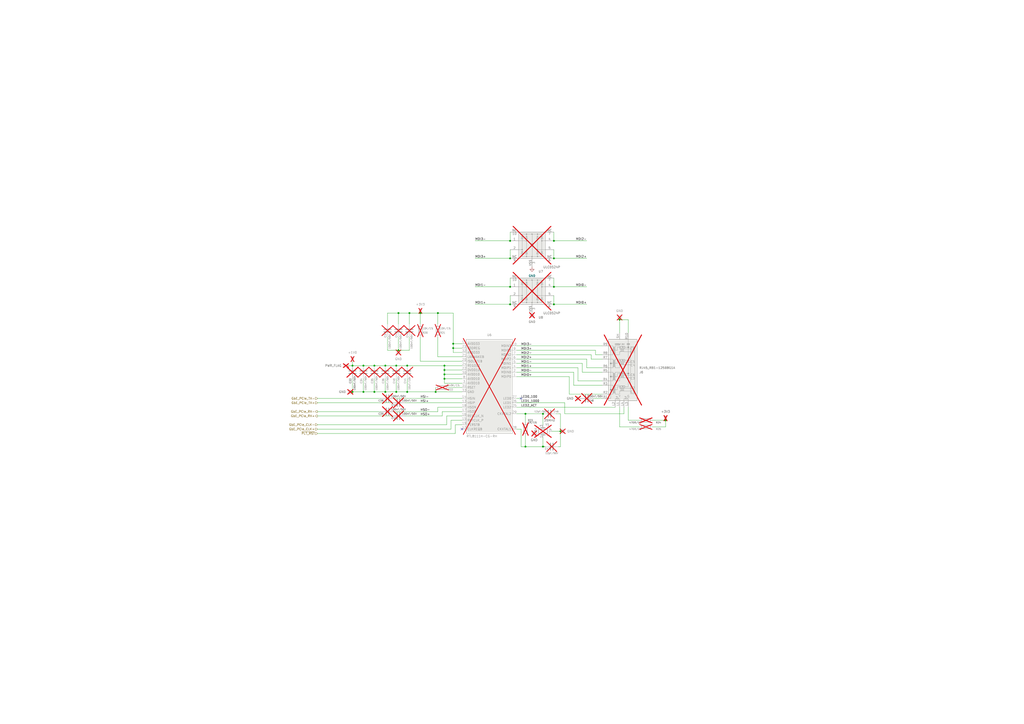
<source format=kicad_sch>
(kicad_sch (version 20250114) (generator "eeschema") (generator_version "9.0")
  (paper "A2")
  (title_block (title "Primer Carrier for LattePanda Mu") (date "2024-03-13") (rev "V1.0.0") (company "DFRobot"))
  (lib_symbols
    (symbol "A_HDJ_Library:RTL8111H-CG-RH"
      (property "Reference" "U7" (at 0 -57.15 0))
      (symbol "RTL8111H-CG-RH_1_0"
        (rectangle (start 0 0) (end 26.67 -54.61) (fill (type background)))
        (pin passive line (at -2.54 -2.54 0) (length 2.54) (name "AVDD33") (number "11"))
        (pin passive line (at -2.54 -5.08 0) (length 2.54) (name "VDDREG") (number "23"))
        (pin passive line (at -2.54 -7.62 0) (length 2.54) (name "AVDD33") (number "32"))
        (pin passive line (at -2.54 -10.16 0) (length 2.54) (name "LANWAKEB") (number "21"))
        (pin passive line (at -2.54 -12.7 0) (length 2.54) (name "ISOLATEB") (number "20"))
        (pin passive line (at -2.54 -15.24 0) (length 2.54) (name "REGOUT") (number "24"))
        (pin passive line (at -2.54 -17.78 0) (length 2.54) (name "DVDD10") (number "22"))
        (pin passive line (at -2.54 -20.32 0) (length 2.54) (name "AVDD10") (number "30"))
        (pin passive line (at -2.54 -22.86 0) (length 2.54) (name "AVDD10") (number "8"))
        (pin passive line (at -2.54 -25.4 0) (length 2.54) (name "AVDD10") (number "3"))
        (pin passive line (at -2.54 -27.94 0) (length 2.54) (name "RSET") (number "31"))
        (pin passive line (at -2.54 -30.48 0) (length 2.54) (name "GND") (number "33"))
        (pin passive line (at -2.54 -34.29 0) (length 2.54) (name "HSIN") (number "14"))
        (pin passive line (at -2.54 -36.83 0) (length 2.54) (name "HSIP") (number "13"))
        (pin passive line (at -2.54 -39.37 0) (length 2.54) (name "HSON") (number "18"))
        (pin passive line (at -2.54 -41.91 0) (length 2.54) (name "HSOP") (number "17"))
        (pin passive line (at -2.54 -44.45 0) (length 2.54) (name "REFCLK_N") (number "16"))
        (pin passive line (at -2.54 -46.99 0) (length 2.54) (name "REFCLK_P") (number "15"))
        (pin passive line (at -2.54 -49.53 0) (length 2.54) (name "PERSTB") (number "19"))
        (pin passive line (at -2.54 -52.07 0) (length 2.54) (name "CLKREQB") (number "12"))
        (pin passive line (at 29.21 -3.81 180) (length 2.54) (name "MDIN3") (number "10"))
        (pin passive line (at 29.21 -6.35 180) (length 2.54) (name "MDIP3") (number "9"))
        (pin passive line (at 29.21 -8.89 180) (length 2.54) (name "MDIN2") (number "7"))
        (pin passive line (at 29.21 -11.43 180) (length 2.54) (name "MDIP2") (number "6"))
        (pin passive line (at 29.21 -13.97 180) (length 2.54) (name "MDIN1") (number "5"))
        (pin passive line (at 29.21 -16.51 180) (length 2.54) (name "MDIP1") (number "4"))
        (pin passive line (at 29.21 -19.05 180) (length 2.54) (name "MDIN0") (number "2"))
        (pin passive line (at 29.21 -21.59 180) (length 2.54) (name "MDIP0") (number "1"))
        (pin passive line (at 29.21 -34.29 180) (length 2.54) (name "LED0") (number "27"))
        (pin passive line (at 29.21 -36.83 180) (length 2.54) (name "LED1") (number "26"))
        (pin passive line (at 29.21 -39.37 180) (length 2.54) (name "LED2") (number "25"))
        (pin passive line (at 29.21 -43.18 180) (length 2.54) (name "CKXTAL2") (number "29"))
        (pin passive line (at 29.21 -52.07 180) (length 2.54) (name "CKXTAL1") (number "28"))
      )
    )
    (symbol "Connector:RJ45_RB1-125B8G1A" (pin_names (hide yes))
      (property "Reference" "J" (at -7.62 20.32 0))
      (property "Value" "RJ45_RB1-125B8G1A" (at 15.24 20.32 0))
      (symbol "RJ45_RB1-125B8G1A_0_0"
        (circle (center -2.54 3.302) (radius 0.0001) (stroke (width 0.508)))
        (circle (center -2.54 -4.318) (radius 0.0001) (stroke (width 0.508)))
        (circle (center -2.54 -11.938) (radius 0.0001) (stroke (width 0.508)))
        (polyline (pts (xy -0.508 -11.938) (xy -2.54 -11.938)))
        (polyline (pts (xy 0 13.462) (xy -3.81 13.462)))
        (polyline (pts (xy 0 11.938) (xy -3.81 11.938)))
        (polyline (pts (xy 0 5.842) (xy -3.81 5.842)))
        (polyline (pts (xy 0 4.318) (xy -3.81 4.318)))
        (polyline (pts (xy 0 -1.778) (xy -3.81 -1.778)))
        (polyline (pts (xy 0 -3.302) (xy -3.81 -3.302)))
        (polyline (pts (xy 0 -9.398) (xy -3.81 -9.398)))
        (polyline (pts (xy 0 -10.922) (xy -3.81 -10.922)))
        (polyline (pts (xy 2.032 10.922) (xy 3.81 10.922) (xy 3.81 12.7) (xy 5.08 12.7)))
        (polyline (pts (xy 2.032 3.302) (xy 3.81 3.302) (xy 3.81 5.08) (xy 5.08 5.08)))
        (polyline (pts (xy 2.032 -4.318) (xy 3.81 -4.318) (xy 3.81 -2.54) (xy 5.08 -2.54)))
        (polyline (pts (xy 2.032 -11.938) (xy 3.81 -11.938) (xy 3.81 -10.16) (xy 5.08 -10.16)))
        (polyline (pts (xy 6.35 5.08) (xy 7.62 5.08)))
        (polyline (pts (xy 7.62 12.7) (xy 6.35 12.7)))
        (circle (center 7.62 12.7) (radius 0.0001) (stroke (width 0.508)))
        (circle (center 7.62 5.08) (radius 0.0001) (stroke (width 0.508)))
        (polyline (pts (xy 7.62 -2.54) (xy 6.35 -2.54)))
        (circle (center 7.62 -2.54) (radius 0.0001) (stroke (width 0.508)))
        (text "C1" (at -5.08 13.97 0) (effects (font (size 1.27 1.27))))
        (text "C2" (at -5.08 11.684 0) (effects (font (size 1.27 1.27))))
        (text "C3" (at -5.08 6.096 0) (effects (font (size 1.27 1.27))))
        (text "C6" (at -5.08 4.064 0) (effects (font (size 1.27 1.27))))
        (text "C4" (at -5.08 -1.524 0) (effects (font (size 1.27 1.27))))
        (text "C5" (at -5.08 -3.556 0) (effects (font (size 1.27 1.27))))
        (text "C7" (at -5.08 -9.144 0) (effects (font (size 1.27 1.27))))
        (text "C8" (at -5.08 -11.176 0) (effects (font (size 1.27 1.27))))
        (text "G" (at -2.54 16.51 0) (effects (font (size 1.27 1.27))))
        (text "Y" (at 2.54 16.51 0) (effects (font (size 1.27 1.27))))
        (text "1000pF 2kV" (at 2.54 -13.716 0) (effects (font (size 0.635 0.635))))
      )
      (symbol "RJ45_RB1-125B8G1A_0_1"
        (rectangle (start -7.62 19.05) (end 8.89 -16.51) (stroke (width 0.254)) (fill (type background)))
        (rectangle (start -3.81 -12.192) (end -6.35 14.986))
        (polyline (pts (xy -3.302 -13.462) (xy -1.778 -13.462)) (stroke (width 0.3048)))
        (polyline (pts (xy -3.302 -13.97) (xy -1.778 -13.97)) (stroke (width 0.3302)))
        (polyline (pts (xy -2.54 19.05) (xy -2.54 17.907) (xy -1.778 17.907)))
        (polyline (pts (xy -2.54 3.302) (xy -0.508 3.302)))
        (polyline (pts (xy -2.54 -13.462) (xy -2.54 10.922) (xy -0.508 10.922)))
        (polyline (pts (xy -2.54 -16.51) (xy -2.54 -13.97)))
        (polyline (pts (xy -1.016 16.891) (xy -1.016 16.637) (xy -1.27 16.637)))
        (polyline (pts (xy -1.016 16.637) (xy -1.524 17.145)))
        (polyline (pts (xy -0.762 18.415) (xy -0.762 17.399)))
        (polyline (pts (xy -0.762 17.907) (xy -1.778 18.415) (xy -1.778 17.399) (xy -0.762 17.907)))
        (polyline (pts (xy -0.508 16.891) (xy -0.508 16.637) (xy -0.762 16.637)))
        (polyline (pts (xy -0.508 16.637) (xy -1.016 17.145)))
        (rectangle (start -0.508 10.414) (end 2.032 11.43) (stroke (width 0.2032)))
        (rectangle (start -0.508 2.794) (end 2.032 3.81) (stroke (width 0.2032)))
        (polyline (pts (xy -0.508 -4.318) (xy -2.54 -4.318)))
        (rectangle (start -0.508 -4.826) (end 2.032 -3.81) (stroke (width 0.2032)))
        (rectangle (start -0.508 -12.446) (end 2.032 -11.43) (stroke (width 0.2032)))
        (polyline (pts (xy 0 19.05) (xy 0 17.907) (xy -0.762 17.907)))
        (polyline (pts (xy 0 12.446) (xy 2.032 12.446)))
        (polyline (pts (xy 0 4.826) (xy 2.032 4.826)))
        (polyline (pts (xy 0 -2.794) (xy 2.032 -2.794)))
        (polyline (pts (xy 0 -10.414) (xy 2.032 -10.414)))
        (arc (start 0.508 13.462) (mid 0.254 13.2091) (end 0 13.462))
        (arc (start 0 11.938) (mid 0.254 12.1909) (end 0.508 11.938))
        (arc (start 0.508 5.842) (mid 0.254 5.5891) (end 0 5.842))
        (arc (start 0 4.318) (mid 0.254 4.5709) (end 0.508 4.318))
        (arc (start 0.508 -1.778) (mid 0.254 -2.0309) (end 0 -1.778))
        (arc (start 0 -3.302) (mid 0.254 -3.0491) (end 0.508 -3.302))
        (arc (start 0.508 -9.398) (mid 0.254 -9.6509) (end 0 -9.398))
        (arc (start 0 -10.922) (mid 0.254 -10.6691) (end 0.508 -10.922))
        (arc (start 1.016 13.462) (mid 0.762 13.2091) (end 0.508 13.462))
        (arc (start 0.508 11.938) (mid 0.762 12.1909) (end 1.016 11.938))
        (arc (start 1.016 5.842) (mid 0.762 5.5891) (end 0.508 5.842))
        (arc (start 0.508 4.318) (mid 0.762 4.5709) (end 1.016 4.318))
        (arc (start 1.016 -1.778) (mid 0.762 -2.0309) (end 0.508 -1.778))
        (arc (start 0.508 -3.302) (mid 0.762 -3.0491) (end 1.016 -3.302))
        (arc (start 1.016 -9.398) (mid 0.762 -9.6509) (end 0.508 -9.398))
        (arc (start 0.508 -10.922) (mid 0.762 -10.6691) (end 1.016 -10.922))
        (arc (start 1.524 13.462) (mid 1.27 13.2091) (end 1.016 13.462))
        (arc (start 1.016 11.938) (mid 1.27 12.1909) (end 1.524 11.938))
        (arc (start 1.524 5.842) (mid 1.27 5.5891) (end 1.016 5.842))
        (arc (start 1.016 4.318) (mid 1.27 4.5709) (end 1.524 4.318))
        (arc (start 1.524 -1.778) (mid 1.27 -2.0309) (end 1.016 -1.778))
        (arc (start 1.016 -3.302) (mid 1.27 -3.0491) (end 1.524 -3.302))
        (arc (start 1.524 -9.398) (mid 1.27 -9.6509) (end 1.016 -9.398))
        (arc (start 1.016 -10.922) (mid 1.27 -10.6691) (end 1.524 -10.922))
        (circle (center 1.778 13.4874) (radius 0.0762) (stroke (width 0.0254)) (fill (type outline)))
        (arc (start 2.032 13.462) (mid 1.778 13.2091) (end 1.524 13.462))
        (arc (start 1.524 11.938) (mid 1.778 12.1909) (end 2.032 11.938))
        (circle (center 1.778 11.9126) (radius 0.0762) (stroke (width 0.0254)) (fill (type outline)))
        (circle (center 1.778 5.8674) (radius 0.0762) (stroke (width 0.0254)) (fill (type outline)))
        (arc (start 2.032 5.842) (mid 1.778 5.5891) (end 1.524 5.842))
        (arc (start 1.524 4.318) (mid 1.778 4.5709) (end 2.032 4.318))
        (circle (center 1.778 4.2926) (radius 0.0762) (stroke (width 0.0254)) (fill (type outline)))
        (circle (center 1.778 -1.7526) (radius 0.0762) (stroke (width 0.0254)) (fill (type outline)))
        (arc (start 2.032 -1.778) (mid 1.778 -2.0309) (end 1.524 -1.778))
        (arc (start 1.524 -3.302) (mid 1.778 -3.0491) (end 2.032 -3.302))
        (circle (center 1.778 -3.3274) (radius 0.0762) (stroke (width 0.0254)) (fill (type outline)))
        (circle (center 1.778 -9.3726) (radius 0.0762) (stroke (width 0.0254)) (fill (type outline)))
        (arc (start 2.032 -9.398) (mid 1.778 -9.6509) (end 1.524 -9.398))
        (arc (start 1.524 -10.922) (mid 1.778 -10.6691) (end 2.032 -10.922))
        (circle (center 1.778 -10.9474) (radius 0.0762) (stroke (width 0.0254)) (fill (type outline)))
        (polyline (pts (xy 2.032 13.462) (xy 2.54 13.462) (xy 2.54 15.24) (xy 5.08 15.24) (xy 5.08 14.732)))
        (polyline (pts (xy 2.032 12.954) (xy 0 12.954)))
        (polyline (pts (xy 2.032 5.842) (xy 2.54 5.842) (xy 2.54 7.62) (xy 5.08 7.62) (xy 5.08 7.112)))
        (polyline (pts (xy 2.032 5.334) (xy 0 5.334)))
        (polyline (pts (xy 2.032 -1.778) (xy 2.54 -1.778) (xy 2.54 0) (xy 5.08 0) (xy 5.08 -0.508)))
        (polyline (pts (xy 2.032 -2.286) (xy 0 -2.286)))
        (polyline (pts (xy 2.032 -9.398) (xy 2.54 -9.398) (xy 2.54 -7.62) (xy 5.08 -7.62) (xy 5.08 -8.128)))
        (polyline (pts (xy 2.032 -9.906) (xy 0 -9.906)))
        (polyline (pts (xy 2.54 19.05) (xy 2.54 17.907) (xy 3.302 17.907)))
        (polyline (pts (xy 4.064 16.891) (xy 4.064 16.637) (xy 3.81 16.637)))
        (polyline (pts (xy 4.064 16.637) (xy 3.556 17.145)))
        (polyline (pts (xy 4.318 18.415) (xy 4.318 17.399)))
        (polyline (pts (xy 4.318 17.907) (xy 3.302 18.415) (xy 3.302 17.399) (xy 4.318 17.907)))
        (polyline (pts (xy 4.572 16.891) (xy 4.572 16.637) (xy 4.318 16.637)))
        (polyline (pts (xy 4.572 16.637) (xy 4.064 17.145)))
        (circle (center 5.0546 14.478) (radius 0.0762) (stroke (width 0.0254)) (fill (type outline)))
        (circle (center 5.0546 12.446) (radius 0.0762) (stroke (width 0.0254)) (fill (type outline)))
        (circle (center 5.0546 6.858) (radius 0.0762) (stroke (width 0.0254)) (fill (type outline)))
        (circle (center 5.0546 4.826) (radius 0.0762) (stroke (width 0.0254)) (fill (type outline)))
        (circle (center 5.0546 -0.762) (radius 0.0762) (stroke (width 0.0254)) (fill (type outline)))
        (circle (center 5.0546 -2.794) (radius 0.0762) (stroke (width 0.0254)) (fill (type outline)))
        (circle (center 5.0546 -8.382) (radius 0.0762) (stroke (width 0.0254)) (fill (type outline)))
        (circle (center 5.0546 -10.414) (radius 0.0762) (stroke (width 0.0254)) (fill (type outline)))
        (arc (start 5.08 14.732) (mid 5.333 14.478) (end 5.08 14.224))
        (arc (start 5.08 13.716) (mid 5.333 13.462) (end 5.08 13.208))
        (arc (start 5.08 13.208) (mid 5.333 12.954) (end 5.08 12.7))
        (arc (start 5.08 12.7) (mid 5.333 12.446) (end 5.08 12.192))
        (arc (start 5.08 12.192) (mid 5.333 11.938) (end 5.08 11.684))
        (arc (start 5.08 11.176) (mid 5.333 10.922) (end 5.08 10.668))
        (arc (start 5.08 7.112) (mid 5.333 6.858) (end 5.08 6.604))
        (arc (start 5.08 6.096) (mid 5.333 5.842) (end 5.08 5.588))
        (arc (start 5.08 5.588) (mid 5.333 5.334) (end 5.08 5.08))
        (arc (start 5.08 5.08) (mid 5.333 4.826) (end 5.08 4.572))
        (arc (start 5.08 4.572) (mid 5.333 4.318) (end 5.08 4.064))
        (arc (start 5.08 3.556) (mid 5.333 3.302) (end 5.08 3.048))
        (arc (start 5.08 -0.508) (mid 5.333 -0.762) (end 5.08 -1.016))
        (arc (start 5.08 -1.524) (mid 5.333 -1.778) (end 5.08 -2.032))
        (arc (start 5.08 -2.032) (mid 5.333 -2.286) (end 5.08 -2.54))
        (arc (start 5.08 -2.54) (mid 5.333 -2.794) (end 5.08 -3.048))
        (arc (start 5.08 -3.048) (mid 5.333 -3.302) (end 5.08 -3.556))
        (arc (start 5.08 -4.064) (mid 5.333 -4.318) (end 5.08 -4.572))
        (arc (start 5.08 -8.128) (mid 5.333 -8.382) (end 5.08 -8.636))
        (arc (start 5.08 -9.144) (mid 5.333 -9.398) (end 5.08 -9.652))
        (arc (start 5.08 -9.652) (mid 5.333 -9.906) (end 5.08 -10.16))
        (arc (start 5.08 -10.16) (mid 5.333 -10.414) (end 5.08 -10.668))
        (arc (start 5.08 -10.668) (mid 5.333 -10.922) (end 5.08 -11.176))
        (arc (start 5.08 -11.684) (mid 5.333 -11.938) (end 5.08 -12.192))
        (polyline (pts (xy 5.08 19.05) (xy 5.08 17.907) (xy 4.318 17.907)))
        (arc (start 5.08 14.224) (mid 5.334 13.97) (end 5.08 13.716))
        (arc (start 5.08 11.684) (mid 5.334 11.43) (end 5.08 11.176))
        (polyline (pts (xy 5.08 10.668) (xy 5.08 10.16) (xy 2.54 10.16) (xy 2.54 11.938) (xy 2.032 11.938)))
        (arc (start 5.08 6.604) (mid 5.334 6.35) (end 5.08 6.096))
        (arc (start 5.08 4.064) (mid 5.334 3.81) (end 5.08 3.556))
        (polyline (pts (xy 5.08 3.048) (xy 5.08 2.54) (xy 2.54 2.54) (xy 2.54 4.318) (xy 2.032 4.318)))
        (arc (start 5.08 -1.016) (mid 5.334 -1.27) (end 5.08 -1.524))
        (arc (start 5.08 -3.556) (mid 5.334 -3.81) (end 5.08 -4.064))
        (polyline (pts (xy 5.08 -4.572) (xy 5.08 -5.08) (xy 2.54 -5.08) (xy 2.54 -3.302) (xy 2.032 -3.302)))
        (arc (start 5.08 -8.636) (mid 5.334 -8.89) (end 5.08 -9.144))
        (arc (start 5.08 -11.176) (mid 5.334 -11.43) (end 5.08 -11.684))
        (polyline (pts (xy 5.08 -12.192) (xy 5.08 -12.7) (xy 2.54 -12.7) (xy 2.54 -10.922) (xy 2.032 -10.922)))
        (polyline (pts (xy 5.588 14.732) (xy 5.588 10.668)))
        (polyline (pts (xy 5.588 7.112) (xy 5.588 3.048)))
        (polyline (pts (xy 5.588 -0.508) (xy 5.588 -4.572)))
        (polyline (pts (xy 5.588 -8.128) (xy 5.588 -12.192)))
        (polyline (pts (xy 5.842 10.668) (xy 5.842 14.732)))
        (polyline (pts (xy 5.842 3.048) (xy 5.842 7.112)))
        (polyline (pts (xy 5.842 -4.572) (xy 5.842 -0.508)))
        (polyline (pts (xy 5.842 -12.192) (xy 5.842 -8.128)))
        (polyline (pts (xy 6.35 14.732) (xy 6.35 15.24) (xy 8.89 15.24)))
        (arc (start 6.35 13.716) (mid 6.096 13.97) (end 6.35 14.224))
        (arc (start 6.35 11.176) (mid 6.096 11.43) (end 6.35 11.684))
        (polyline (pts (xy 6.35 10.668) (xy 6.35 10.16) (xy 8.89 10.16)))
        (polyline (pts (xy 6.35 7.112) (xy 6.35 7.62) (xy 8.89 7.62)))
        (arc (start 6.35 6.096) (mid 6.096 6.35) (end 6.35 6.604))
        (arc (start 6.35 3.556) (mid 6.096 3.81) (end 6.35 4.064))
        (polyline (pts (xy 6.35 3.048) (xy 6.35 2.54) (xy 8.89 2.54)))
        (polyline (pts (xy 6.35 -0.508) (xy 6.35 0) (xy 8.89 0)))
        (arc (start 6.35 -1.524) (mid 6.096 -1.27) (end 6.35 -1.016))
        (arc (start 6.35 -4.064) (mid 6.096 -3.81) (end 6.35 -3.556))
        (polyline (pts (xy 6.35 -4.572) (xy 6.35 -5.08) (xy 8.89 -5.08)))
        (polyline (pts (xy 6.35 -8.128) (xy 6.35 -7.62) (xy 8.89 -7.62)))
        (arc (start 6.35 -9.144) (mid 6.096 -8.89) (end 6.35 -8.636))
        (arc (start 6.35 -11.684) (mid 6.096 -11.43) (end 6.35 -11.176))
        (polyline (pts (xy 6.35 -12.192) (xy 6.35 -12.7) (xy 8.89 -12.7)))
        (arc (start 6.35 14.224) (mid 6.097 14.478) (end 6.35 14.732))
        (arc (start 6.35 13.208) (mid 6.097 13.462) (end 6.35 13.716))
        (arc (start 6.35 12.7) (mid 6.097 12.954) (end 6.35 13.208))
        (arc (start 6.35 12.192) (mid 6.097 12.446) (end 6.35 12.7))
        (arc (start 6.35 11.684) (mid 6.097 11.938) (end 6.35 12.192))
        (arc (start 6.35 10.668) (mid 6.097 10.922) (end 6.35 11.176))
        (arc (start 6.35 6.604) (mid 6.097 6.858) (end 6.35 7.112))
        (arc (start 6.35 5.588) (mid 6.097 5.842) (end 6.35 6.096))
        (arc (start 6.35 5.08) (mid 6.097 5.334) (end 6.35 5.588))
        (arc (start 6.35 4.572) (mid 6.097 4.826) (end 6.35 5.08))
        (arc (start 6.35 4.064) (mid 6.097 4.318) (end 6.35 4.572))
        (arc (start 6.35 3.048) (mid 6.097 3.302) (end 6.35 3.556))
        (arc (start 6.35 -1.016) (mid 6.097 -0.762) (end 6.35 -0.508))
        (arc (start 6.35 -2.032) (mid 6.097 -1.778) (end 6.35 -1.524))
        (arc (start 6.35 -2.54) (mid 6.097 -2.286) (end 6.35 -2.032))
        (arc (start 6.35 -3.048) (mid 6.097 -2.794) (end 6.35 -2.54))
        (arc (start 6.35 -3.556) (mid 6.097 -3.302) (end 6.35 -3.048))
        (arc (start 6.35 -4.572) (mid 6.097 -4.318) (end 6.35 -4.064))
        (arc (start 6.35 -8.636) (mid 6.097 -8.382) (end 6.35 -8.128))
        (arc (start 6.35 -9.652) (mid 6.097 -9.398) (end 6.35 -9.144))
        (arc (start 6.35 -10.16) (mid 6.097 -9.906) (end 6.35 -9.652))
        (arc (start 6.35 -10.668) (mid 6.097 -10.414) (end 6.35 -10.16))
        (arc (start 6.35 -11.176) (mid 6.097 -10.922) (end 6.35 -10.668))
        (arc (start 6.35 -12.192) (mid 6.097 -11.938) (end 6.35 -11.684))
        (circle (center 6.3754 14.478) (radius 0.0762) (stroke (width 0.0254)) (fill (type outline)))
        (circle (center 6.3754 12.446) (radius 0.0762) (stroke (width 0.0254)) (fill (type outline)))
        (circle (center 6.3754 6.858) (radius 0.0762) (stroke (width 0.0254)) (fill (type outline)))
        (circle (center 6.3754 4.826) (radius 0.0762) (stroke (width 0.0254)) (fill (type outline)))
        (circle (center 6.3754 -0.762) (radius 0.0762) (stroke (width 0.0254)) (fill (type outline)))
        (circle (center 6.3754 -2.794) (radius 0.0762) (stroke (width 0.0254)) (fill (type outline)))
        (circle (center 6.3754 -8.382) (radius 0.0762) (stroke (width 0.0254)) (fill (type outline)))
        (circle (center 6.3754 -10.414) (radius 0.0762) (stroke (width 0.0254)) (fill (type outline)))
        (polyline (pts (xy 8.89 17.78) (xy 7.62 17.78) (xy 7.62 -10.16) (xy 6.35 -10.16)))
        (pin power_in line (at -2.54 -20.32 90) (length 3.81) (name "GND") (number "R10"))
      )
      (symbol "RJ45_RB1-125B8G1A_1_0"
        (text "75" (at 0.762 10.922 0) (effects (font (size 0.508 0.508))))
        (text "75" (at 0.762 3.302 0) (effects (font (size 0.508 0.508))))
        (text "75" (at 0.762 -4.318 0) (effects (font (size 0.508 0.508))))
        (text "75" (at 0.762 -11.938 0) (effects (font (size 0.508 0.508))))
      )
      (symbol "RJ45_RB1-125B8G1A_1_1"
        (pin passive line (at -2.54 22.86 270) (length 3.81) (name "~") (number "L3"))
        (pin passive line (at 0 22.86 270) (length 3.81) (name "~") (number "L4"))
        (pin passive line (at 2.54 22.86 270) (length 3.81) (name "~") (number "L1"))
        (pin passive line (at 2.54 -20.32 90) (length 3.81) (name "SH") (number "SH"))
        (pin passive line (at 5.08 22.86 270) (length 3.81) (name "~") (number "L2"))
        (pin passive line (at 12.7 17.78 180) (length 3.81) (name "CT") (number "R1"))
        (pin passive line (at 12.7 15.24 180) (length 3.81) (name "TD1+") (number "R2"))
        (pin passive line (at 12.7 10.16 180) (length 3.81) (name "TD1-") (number "R3"))
        (pin passive line (at 12.7 7.62 180) (length 3.81) (name "TD2+") (number "R4"))
        (pin passive line (at 12.7 2.54 180) (length 3.81) (name "TD2-") (number "R5"))
        (pin passive line (at 12.7 0 180) (length 3.81) (name "TD3+") (number "R6"))
        (pin passive line (at 12.7 -5.08 180) (length 3.81) (name "TD3-") (number "R7"))
        (pin passive line (at 12.7 -7.62 180) (length 3.81) (name "TD4+") (number "R8"))
        (pin passive line (at 12.7 -12.7 180) (length 3.81) (name "TD4-") (number "R9"))
      )
    )
    (symbol "Device:C" (pin_numbers (hide yes)) (pin_names (offset 0.254))
      (property "Reference" "C" (at 0.635 2.54 0))
      (property "Value" "C" (at 0.635 -2.54 0))
      (symbol "C_0_1"
        (polyline (pts (xy -2.032 0.762) (xy 2.032 0.762)) (stroke (width 0.508)))
        (polyline (pts (xy -2.032 -0.762) (xy 2.032 -0.762)) (stroke (width 0.508)))
      )
      (symbol "C_1_1"
        (pin passive line (at 0 3.81 270) (length 2.794) (name "~") (number "1"))
        (pin passive line (at 0 -3.81 90) (length 2.794) (name "~") (number "2"))
      )
    )
    (symbol "Device:Crystal_GND24" (pin_names (offset 1.016) (hide yes))
      (property "Reference" "Y" (at 3.175 5.08 0))
      (property "Value" "Crystal_GND24" (at 3.175 3.175 0))
      (symbol "Crystal_GND24_0_1"
        (polyline (pts (xy -2.54 2.286) (xy -2.54 3.556) (xy 2.54 3.556) (xy 2.54 2.286)))
        (polyline (pts (xy -2.54 0) (xy -2.032 0)))
        (polyline (pts (xy -2.54 -2.286) (xy -2.54 -3.556) (xy 2.54 -3.556) (xy 2.54 -2.286)))
        (polyline (pts (xy -2.032 -1.27) (xy -2.032 1.27)) (stroke (width 0.508)))
        (rectangle (start -1.143 2.54) (end 1.143 -2.54) (stroke (width 0.3048)))
        (polyline (pts (xy 0 3.556) (xy 0 3.81)))
        (polyline (pts (xy 0 -3.81) (xy 0 -3.556)))
        (polyline (pts (xy 2.032 0) (xy 2.54 0)))
        (polyline (pts (xy 2.032 -1.27) (xy 2.032 1.27)) (stroke (width 0.508)))
      )
      (symbol "Crystal_GND24_1_1"
        (pin passive line (at -3.81 0 0) (length 1.27) (name "1") (number "1"))
        (pin passive line (at 0 5.08 270) (length 1.27) (name "2") (number "2"))
        (pin passive line (at 0 -5.08 90) (length 1.27) (name "4") (number "4"))
        (pin passive line (at 3.81 0 180) (length 1.27) (name "3") (number "3"))
      )
    )
    (symbol "Device:R" (pin_numbers (hide yes)) (pin_names (offset 0))
      (property "Reference" "R" (at 2.032 0 90))
      (property "Value" "R" (at 0 0 90))
      (symbol "R_0_1"
        (rectangle (start -1.016 -2.54) (end 1.016 2.54) (stroke (width 0.254)))
      )
      (symbol "R_1_1"
        (pin passive line (at 0 3.81 270) (length 1.27) (name "~") (number "1"))
        (pin passive line (at 0 -3.81 90) (length 1.27) (name "~") (number "2"))
      )
    )
    (symbol "Power_Protection:D3V3XA4B10LP" (pin_names (offset 0))
      (property "Reference" "U" (at -0.635 8.89 0))
      (property "Value" "D3V3XA4B10LP" (at 8.89 -10.16 0))
      (symbol "D3V3XA4B10LP_0_0"
        (rectangle (start -5.715 6.477) (end 5.715 -6.604))
        (polyline (pts (xy -3.175 -6.604) (xy -3.175 6.477)))
        (polyline (pts (xy 0.127 6.477) (xy 0.127 -6.604)))
        (polyline (pts (xy 3.175 6.477) (xy 3.175 -6.604)))
      )
      (symbol "D3V3XA4B10LP_0_1"
        (polyline (pts (xy -7.747 2.54) (xy -3.175 2.54)))
        (rectangle (start -7.62 7.62) (end 7.62 -7.62) (stroke (width 0.254)) (fill (type background)))
        (polyline (pts (xy -7.62 -2.54) (xy -5.715 -2.54)))
        (circle (center -5.715 -2.54) (radius 0.2794) (fill (type outline)))
        (polyline (pts (xy -5.08 5.08) (xy -6.35 5.08)))
        (polyline (pts (xy -5.08 3.81) (xy -6.35 3.81) (xy -5.715 5.08) (xy -5.08 3.81)))
        (polyline (pts (xy -5.08 -3.81) (xy -6.35 -3.81)))
        (polyline (pts (xy -5.08 -5.08) (xy -6.35 -5.08) (xy -5.715 -3.81) (xy -5.08 -5.08)))
        (circle (center -3.175 6.477) (radius 0.2794) (fill (type outline)))
        (circle (center -3.175 2.54) (radius 0.2794) (fill (type outline)))
        (circle (center -3.175 -6.604) (radius 0.2794) (fill (type outline)))
        (polyline (pts (xy -2.54 5.08) (xy -3.81 5.08)))
        (polyline (pts (xy -2.54 3.81) (xy -3.81 3.81) (xy -3.175 5.08) (xy -2.54 3.81)))
        (polyline (pts (xy -2.54 -3.81) (xy -3.81 -3.81)))
        (polyline (pts (xy -2.54 -5.08) (xy -3.81 -5.08) (xy -3.175 -3.81) (xy -2.54 -5.08)))
        (polyline (pts (xy -0.508 0.889) (xy -0.889 0.635)))
        (circle (center 0 6.477) (radius 0.2794) (fill (type outline)))
        (polyline (pts (xy 0 -6.604) (xy 0 -7.62)))
        (circle (center 0 -6.604) (radius 0.2794) (fill (type outline)))
        (polyline (pts (xy 0.762 0.889) (xy -0.508 0.889)))
        (polyline (pts (xy 0.762 0.889) (xy 1.143 1.143)))
        (polyline (pts (xy 0.762 -0.381) (xy -0.508 -0.381) (xy 0.127 0.889) (xy 0.762 -0.381)))
        (circle (center 3.175 6.477) (radius 0.2794) (fill (type outline)))
        (circle (center 3.175 -2.54) (radius 0.2794) (fill (type outline)))
        (circle (center 3.175 -6.604) (radius 0.2794) (fill (type outline)))
        (polyline (pts (xy 3.81 5.08) (xy 2.54 5.08)))
        (polyline (pts (xy 3.81 3.81) (xy 2.54 3.81) (xy 3.175 5.08) (xy 3.81 3.81)))
        (polyline (pts (xy 3.81 -3.81) (xy 2.54 -3.81)))
        (polyline (pts (xy 3.81 -5.08) (xy 2.54 -5.08) (xy 3.175 -3.81) (xy 3.81 -5.08)))
        (circle (center 5.715 2.54) (radius 0.2794) (fill (type outline)))
        (polyline (pts (xy 6.35 5.08) (xy 5.08 5.08)))
        (polyline (pts (xy 6.35 3.81) (xy 5.08 3.81) (xy 5.715 5.08) (xy 6.35 3.81)))
        (polyline (pts (xy 6.35 -3.81) (xy 5.08 -3.81)))
        (polyline (pts (xy 6.35 -5.08) (xy 5.08 -5.08) (xy 5.715 -3.81) (xy 6.35 -5.08)))
        (polyline (pts (xy 7.62 2.54) (xy 5.715 2.54)))
        (polyline (pts (xy 7.62 -2.54) (xy 3.175 -2.54)))
      )
      (symbol "D3V3XA4B10LP_1_1"
        (pin free line (at -12.7 7.62 0) (length 5.08) (name "NC") (number "10"))
        (pin passive line (at -12.7 2.54 0) (length 5.08) (name "~") (number "1"))
        (pin passive line (at -12.7 -2.54 0) (length 5.08) (name "~") (number "2"))
        (pin free line (at -12.7 -7.62 0) (length 5.08) (name "NC") (number "9"))
        (pin power_in line (at 0 -12.7 90) (length 5.08) (name "VSS") (number "3"))
        (pin passive line (at 0 -12.7 90) (length 5.08) (hide yes) (name "VSS") (number "8"))
        (pin free line (at 12.7 7.62 180) (length 5.08) (name "NC") (number "7"))
        (pin passive line (at 12.7 2.54 180) (length 5.08) (name "~") (number "4"))
        (pin passive line (at 12.7 -2.54 180) (length 5.08) (name "~") (number "5"))
        (pin free line (at 12.7 -7.62 180) (length 5.08) (name "NC") (number "6"))
      )
    )
    (symbol "power:+1V0" (power) (pin_numbers (hide yes)) (pin_names (offset 0) (hide yes))
      (property "Value" "+1V0" (at 0 3.556 0))
      (symbol "+1V0_0_1"
        (polyline (pts (xy -0.762 1.27) (xy 0 2.54)))
        (polyline (pts (xy 0 2.54) (xy 0.762 1.27)))
        (polyline (pts (xy 0 0) (xy 0 2.54)))
      )
      (symbol "+1V0_1_1"
        (pin power_in line (at 0 0 90) (length 0) (name "~") (number "1"))
      )
    )
    (symbol "power:+3V3" (power) (pin_numbers (hide yes)) (pin_names (offset 0) (hide yes))
      (property "Value" "+3V3" (at 0 3.556 0))
      (symbol "+3V3_0_1"
        (polyline (pts (xy -0.762 1.27) (xy 0 2.54)))
        (polyline (pts (xy 0 2.54) (xy 0.762 1.27)))
        (polyline (pts (xy 0 0) (xy 0 2.54)))
      )
      (symbol "+3V3_1_1"
        (pin power_in line (at 0 0 90) (length 0) (name "~") (number "1"))
      )
    )
    (symbol "power:GND" (power) (pin_numbers (hide yes)) (pin_names (offset 0) (hide yes))
      (property "Value" "GND" (at 0 -3.81 0))
      (symbol "GND_0_1"
        (polyline (pts (xy 0 0) (xy 0 -1.27) (xy 1.27 -1.27) (xy 0 -2.54) (xy -1.27 -1.27) (xy 0 -1.27)))
      )
      (symbol "GND_1_1"
        (pin power_in line (at 0 0 270) (length 0) (name "~") (number "1"))
      )
    )
    (symbol "power:PWR_FLAG" (power) (pin_numbers (hide yes)) (pin_names (offset 0) (hide yes))
      (property "Value" "PWR_FLAG" (at 0 3.81 0))
      (symbol "PWR_FLAG_0_0"
        (pin power_out line (at 0 0 90) (length 0) (name "~") (number "1"))
      )
      (symbol "PWR_FLAG_0_1"
        (polyline (pts (xy 0 0) (xy 0 1.27) (xy -1.016 1.905) (xy 0 2.54) (xy 1.016 1.905) (xy 0 1.27)))
      )
    )
  )
  (junction (at 229.87 227.33))
  (junction (at 325.12 250.19))
  (junction (at 217.17 212.09))
  (junction (at 252.73 227.33))
  (junction (at 210.82 227.33))
  (junction (at 231.14 181.61))
  (junction (at 229.87 212.09))
  (junction (at 210.82 212.09))
  (junction (at 386.08 243.84))
  (junction (at 295.91 166.37))
  (junction (at 321.31 176.53))
  (junction (at 237.49 181.61))
  (junction (at 236.22 227.33))
  (junction (at 257.81 212.09))
  (junction (at 254 181.61))
  (junction (at 314.96 240.03))
  (junction (at 359.41 185.42))
  (junction (at 321.31 166.37))
  (junction (at 204.47 227.33))
  (junction (at 321.31 139.7))
  (junction (at 257.81 217.17))
  (junction (at 243.84 181.61))
  (junction (at 217.17 227.33))
  (junction (at 257.81 214.63))
  (junction (at 262.89 201.93))
  (junction (at 223.52 227.33))
  (junction (at 295.91 176.53))
  (junction (at 231.14 203.2))
  (junction (at 304.8 259.08))
  (junction (at 304.8 240.03))
  (junction (at 321.31 149.86))
  (junction (at 204.47 212.09))
  (junction (at 262.89 199.39))
  (junction (at 295.91 139.7))
  (junction (at 236.22 212.09))
  (junction (at 223.52 212.09))
  (junction (at 314.96 259.08))
  (junction (at 257.81 219.71))
  (junction (at 295.91 149.86))
  (no_connect (at 302.26 231.14))
  (no_connect (at 267.97 248.92))
  (wire (pts (xy 256.54 241.3) (xy 256.54 238.76)))
  (wire (pts (xy 184.15 238.76) (xy 220.98 238.76)))
  (wire (pts (xy 299.72 205.74) (xy 342.9 205.74)))
  (wire (pts (xy 342.9 205.74) (xy 342.9 208.28)))
  (wire (pts (xy 332.74 223.52) (xy 332.74 215.9)))
  (wire (pts (xy 234.95 233.68) (xy 267.97 233.68)))
  (wire (pts (xy 359.41 185.42) (xy 359.41 193.04)))
  (wire (pts (xy 228.6 238.76) (xy 254 238.76)))
  (wire (pts (xy 229.87 227.33) (xy 236.22 227.33)))
  (wire (pts (xy 295.91 134.62) (xy 295.91 139.7)))
  (wire (pts (xy 330.2 218.44) (xy 330.2 228.6)))
  (wire (pts (xy 378.46 247.65) (xy 386.08 247.65)))
  (wire (pts (xy 321.31 176.53) (xy 340.36 176.53)))
  (wire (pts (xy 229.87 212.09) (xy 236.22 212.09)))
  (wire (pts (xy 299.72 236.22) (xy 356.87 236.22)))
  (wire (pts (xy 299.72 215.9) (xy 332.74 215.9)))
  (wire (pts (xy 217.17 219.71) (xy 217.17 227.33)))
  (wire (pts (xy 345.44 203.2) (xy 345.44 205.74)))
  (wire (pts (xy 260.35 224.79) (xy 267.97 224.79)))
  (wire (pts (xy 257.81 222.25) (xy 267.97 222.25)))
  (wire (pts (xy 228.6 231.14) (xy 267.97 231.14)))
  (wire (pts (xy 231.14 181.61) (xy 237.49 181.61)))
  (wire (pts (xy 321.31 161.29) (xy 321.31 166.37)))
  (wire (pts (xy 254 195.58) (xy 254 207.01)))
  (wire (pts (xy 254 236.22) (xy 267.97 236.22)))
  (wire (pts (xy 304.8 240.03) (xy 304.8 245.11)))
  (wire (pts (xy 275.59 149.86) (xy 295.91 149.86)))
  (wire (pts (xy 237.49 181.61) (xy 237.49 187.96)))
  (wire (pts (xy 267.97 214.63) (xy 257.81 214.63)))
  (wire (pts (xy 302.26 248.92) (xy 299.72 248.92)))
  (wire (pts (xy 295.91 144.78) (xy 295.91 149.86)))
  (wire (pts (xy 321.31 149.86) (xy 340.36 149.86)))
  (wire (pts (xy 344.17 231.14) (xy 349.25 231.14)))
  (wire (pts (xy 264.16 246.38) (xy 267.97 246.38)))
  (wire (pts (xy 210.82 219.71) (xy 210.82 227.33)))
  (wire (pts (xy 337.82 215.9) (xy 349.25 215.9)))
  (wire (pts (xy 262.89 201.93) (xy 262.89 204.47)))
  (wire (pts (xy 257.81 219.71) (xy 257.81 222.25)))
  (wire (pts (xy 236.22 212.09) (xy 257.81 212.09)))
  (wire (pts (xy 223.52 219.71) (xy 223.52 227.33)))
  (wire (pts (xy 223.52 212.09) (xy 229.87 212.09)))
  (wire (pts (xy 337.82 210.82) (xy 337.82 215.9)))
  (wire (pts (xy 320.04 250.19) (xy 325.12 250.19)))
  (wire (pts (xy 204.47 219.71) (xy 204.47 227.33)))
  (wire (pts (xy 261.62 248.92) (xy 261.62 243.84)))
  (wire (pts (xy 267.97 217.17) (xy 257.81 217.17)))
  (wire (pts (xy 261.62 243.84) (xy 267.97 243.84)))
  (wire (pts (xy 378.46 243.84) (xy 386.08 243.84)))
  (wire (pts (xy 254 238.76) (xy 254 236.22)))
  (wire (pts (xy 237.49 181.61) (xy 243.84 181.61)))
  (wire (pts (xy 231.14 181.61) (xy 231.14 187.96)))
  (wire (pts (xy 304.8 252.73) (xy 304.8 259.08)))
  (wire (pts (xy 340.36 213.36) (xy 349.25 213.36)))
  (wire (pts (xy 364.49 243.84) (xy 370.84 243.84)))
  (wire (pts (xy 256.54 238.76) (xy 267.97 238.76)))
  (wire (pts (xy 257.81 214.63) (xy 257.81 217.17)))
  (wire (pts (xy 299.72 203.2) (xy 345.44 203.2)))
  (wire (pts (xy 323.85 259.08) (xy 325.12 259.08)))
  (wire (pts (xy 236.22 219.71) (xy 236.22 227.33)))
  (wire (pts (xy 330.2 228.6) (xy 349.25 228.6)))
  (wire (pts (xy 359.41 247.65) (xy 370.84 247.65)))
  (wire (pts (xy 335.28 213.36) (xy 335.28 220.98)))
  (wire (pts (xy 267.97 201.93) (xy 262.89 201.93)))
  (wire (pts (xy 275.59 176.53) (xy 295.91 176.53)))
  (wire (pts (xy 361.95 236.22) (xy 361.95 240.03)))
  (wire (pts (xy 257.81 217.17) (xy 257.81 219.71)))
  (wire (pts (xy 299.72 210.82) (xy 337.82 210.82)))
  (wire (pts (xy 345.44 205.74) (xy 349.25 205.74)))
  (wire (pts (xy 259.08 241.3) (xy 267.97 241.3)))
  (wire (pts (xy 267.97 199.39) (xy 262.89 199.39)))
  (wire (pts (xy 259.08 246.38) (xy 259.08 241.3)))
  (wire (pts (xy 299.72 231.14) (xy 302.26 231.14)))
  (wire (pts (xy 262.89 199.39) (xy 262.89 201.93)))
  (wire (pts (xy 386.08 247.65) (xy 386.08 243.84)))
  (wire (pts (xy 243.84 209.55) (xy 267.97 209.55)))
  (wire (pts (xy 349.25 223.52) (xy 332.74 223.52)))
  (wire (pts (xy 254 181.61) (xy 254 187.96)))
  (wire (pts (xy 252.73 227.33) (xy 252.73 224.79)))
  (wire (pts (xy 217.17 227.33) (xy 223.52 227.33)))
  (wire (pts (xy 299.72 218.44) (xy 330.2 218.44)))
  (wire (pts (xy 364.49 185.42) (xy 359.41 185.42)))
  (wire (pts (xy 299.72 213.36) (xy 335.28 213.36)))
  (wire (pts (xy 201.93 212.09) (xy 204.47 212.09)))
  (wire (pts (xy 321.31 139.7) (xy 340.36 139.7)))
  (wire (pts (xy 275.59 166.37) (xy 295.91 166.37)))
  (wire (pts (xy 314.96 254) (xy 314.96 259.08)))
  (wire (pts (xy 204.47 209.55) (xy 204.47 212.09)))
  (wire (pts (xy 342.9 208.28) (xy 349.25 208.28)))
  (wire (pts (xy 325.12 240.03) (xy 325.12 250.19)))
  (wire (pts (xy 327.66 240.03) (xy 327.66 233.68)))
  (wire (pts (xy 299.72 200.66) (xy 349.25 200.66)))
  (wire (pts (xy 321.31 134.62) (xy 321.31 139.7)))
  (wire (pts (xy 210.82 212.09) (xy 217.17 212.09)))
  (wire (pts (xy 262.89 181.61) (xy 262.89 199.39)))
  (wire (pts (xy 364.49 236.22) (xy 364.49 243.84)))
  (wire (pts (xy 254 181.61) (xy 262.89 181.61)))
  (wire (pts (xy 184.15 248.92) (xy 261.62 248.92)))
  (wire (pts (xy 335.28 220.98) (xy 349.25 220.98)))
  (wire (pts (xy 321.31 171.45) (xy 321.31 176.53)))
  (wire (pts (xy 229.87 219.71) (xy 229.87 227.33)))
  (wire (pts (xy 316.23 259.08) (xy 314.96 259.08)) (stroke (width 0.254)))
  (wire (pts (xy 184.15 251.46) (xy 264.16 251.46)))
  (wire (pts (xy 264.16 251.46) (xy 264.16 246.38)))
  (wire (pts (xy 224.79 195.58) (xy 224.79 203.2)))
  (wire (pts (xy 267.97 219.71) (xy 257.81 219.71)))
  (wire (pts (xy 322.58 240.03) (xy 325.12 240.03)))
  (wire (pts (xy 204.47 227.33) (xy 210.82 227.33)))
  (wire (pts (xy 295.91 171.45) (xy 295.91 176.53)))
  (wire (pts (xy 359.41 236.22) (xy 359.41 247.65)))
  (wire (pts (xy 204.47 212.09) (xy 210.82 212.09)))
  (wire (pts (xy 314.96 240.03) (xy 314.96 246.38)))
  (wire (pts (xy 267.97 212.09) (xy 257.81 212.09)))
  (wire (pts (xy 321.31 166.37) (xy 340.36 166.37)))
  (wire (pts (xy 321.31 144.78) (xy 321.31 149.86)))
  (wire (pts (xy 304.8 240.03) (xy 314.96 240.03)))
  (wire (pts (xy 267.97 227.33) (xy 252.73 227.33)))
  (wire (pts (xy 299.72 233.68) (xy 327.66 233.68)))
  (wire (pts (xy 184.15 246.38) (xy 259.08 246.38)))
  (wire (pts (xy 224.79 187.96) (xy 224.79 181.61)))
  (wire (pts (xy 299.72 240.03) (xy 304.8 240.03)))
  (wire (pts (xy 237.49 203.2) (xy 231.14 203.2)))
  (wire (pts (xy 267.97 207.01) (xy 254 207.01)))
  (wire (pts (xy 302.26 259.08) (xy 302.26 248.92)))
  (wire (pts (xy 243.84 181.61) (xy 243.84 187.96)))
  (wire (pts (xy 184.15 233.68) (xy 227.33 233.68)))
  (wire (pts (xy 237.49 195.58) (xy 237.49 203.2)))
  (wire (pts (xy 243.84 195.58) (xy 243.84 209.55)))
  (wire (pts (xy 340.36 208.28) (xy 340.36 213.36)))
  (wire (pts (xy 275.59 139.7) (xy 295.91 139.7)))
  (wire (pts (xy 295.91 161.29) (xy 295.91 166.37)))
  (wire (pts (xy 257.81 212.09) (xy 257.81 214.63)))
  (wire (pts (xy 231.14 181.61) (xy 224.79 181.61)))
  (wire (pts (xy 184.15 231.14) (xy 220.98 231.14)))
  (wire (pts (xy 299.72 208.28) (xy 340.36 208.28)))
  (wire (pts (xy 223.52 227.33) (xy 229.87 227.33)))
  (wire (pts (xy 325.12 259.08) (xy 325.12 250.19)))
  (wire (pts (xy 304.8 259.08) (xy 302.26 259.08)))
  (wire (pts (xy 224.79 203.2) (xy 231.14 203.2)))
  (wire (pts (xy 217.17 212.09) (xy 223.52 212.09)))
  (wire (pts (xy 231.14 195.58) (xy 231.14 203.2)))
  (wire (pts (xy 184.15 241.3) (xy 227.33 241.3)))
  (wire (pts (xy 243.84 181.61) (xy 254 181.61)))
  (wire (pts (xy 236.22 227.33) (xy 252.73 227.33)))
  (wire (pts (xy 361.95 240.03) (xy 327.66 240.03)))
  (wire (pts (xy 314.96 259.08) (xy 304.8 259.08)))
  (wire (pts (xy 262.89 204.47) (xy 267.97 204.47)))
  (wire (pts (xy 210.82 227.33) (xy 217.17 227.33)))
  (wire (pts (xy 364.49 193.04) (xy 364.49 185.42)))
  (wire (pts (xy 234.95 241.3) (xy 256.54 241.3)))
  (label "MDI0+" (at 302.26 218.44 0))
  (label "MDI3-" (at 275.59 139.7 0))
  (label "MDI1-" (at 275.59 166.37 0))
  (label "MDI2-" (at 302.26 205.74 0))
  (label "MDI3+" (at 275.59 149.86 0))
  (label "MDI3+" (at 302.26 203.2 0))
  (label "HSI+" (at 243.84 233.68 0))
  (label "HSI-" (at 243.84 231.14 0))
  (label "MDI1+" (at 302.26 213.36 0))
  (label "MDI0-" (at 334.01 166.37 0))
  (label "LED1_1000" (at 302.26 233.68 0))
  (label "HSO+" (at 243.84 241.3 0))
  (label "HSO-" (at 243.84 238.76 0))
  (label "MDI0+" (at 334.01 176.53 0))
  (label "MDI1-" (at 302.26 210.82 0))
  (label "MDI3-" (at 302.26 200.66 0))
  (label "MDI2+" (at 302.26 208.28 0))
  (label "MDI1+" (at 275.59 176.53 0))
  (label "LED2_ACT" (at 302.26 236.22 0))
  (label "MDI2+" (at 334.01 149.86 0))
  (label "LED0_100" (at 302.26 231.14 0))
  (label "MDI2-" (at 334.01 139.7 0))
  (label "MDI0-" (at 302.26 215.9 0))
  (hierarchical_label "GbE_PCIe_TX+" (shape input) (at 184.15 233.68 180))
  (hierarchical_label "~{PLT_RST}" (shape input) (at 184.15 251.46 180))
  (hierarchical_label "GbE_PCIe_RX-" (shape output) (at 184.15 238.76 180))
  (hierarchical_label "GbE_PCIe_RX+" (shape output) (at 184.15 241.3 180))
  (hierarchical_label "GbE_PCIe_CLK-" (shape input) (at 184.15 246.38 180))
  (hierarchical_label "GbE_PCIe_TX-" (shape input) (at 184.15 231.14 180))
  (hierarchical_label "GbE_PCIe_CLK+" (shape input) (at 184.15 248.92 180))
  (symbol (lib_id "Device:Crystal_GND24") (at 314.96 250.19 90) (unit 1) (in_bom no) (on_board no) (dnp yes)
    (property "Reference" "Y1" (at 317.5 246.38 90))
    (property "Value" "25MHz" (at 318.77 243.84 90))
    (property "Footprint" "A_HDJ_Library:Crystal_SMD_3225-4Pin_3.2x2.5mm" (effects (hide yes)))
  )
  (symbol (lib_id "Device:R") (at 374.65 247.65 90) (unit 1) (in_bom no) (on_board no) (dnp yes)
    (property "Reference" "R25" (at 383.54 248.92 90) (effects (font (size 1 1)) (justify left)))
    (property "Value" "470R/1%" (at 372.11 248.92 90) (effects (font (size 1 1)) (justify left)))
    (property "Footprint" "A_HDJ_Library:R_0402_1005Metric" (effects (hide yes)))
  )
  (symbol (lib_id "power:GND") (at 359.41 185.42 180) (unit 1) (in_bom no) (on_board no) (dnp yes)
    (property "Reference" "#PWR054" (effects (hide yes)))
    (property "Value" "GND" (at 359.41 180.34 0))
  )
  (symbol (lib_id "power:GND") (at 308.61 181.61 0) (unit 1) (in_bom no) (on_board no) (dnp yes)
    (property "Reference" "#PWR050" (effects (hide yes)))
    (property "Value" "GND" (at 308.61 186.69 0))
  )
  (symbol (lib_id "Device:R") (at 304.8 248.92 0) (unit 1) (in_bom no) (on_board no) (dnp yes)
    (property "Reference" "R23" (at 306.07 243.84 0) (effects (font (size 1 1)) (justify left)))
    (property "Value" "1M/1%" (at 306.07 245.11 0) (effects (font (size 1 1)) (justify left)))
    (property "Footprint" "A_HDJ_Library:R_0402_1005Metric" (effects (hide yes)))
  )
  (symbol (lib_id "Device:C") (at 217.17 215.9 180) (unit 1) (in_bom no) (on_board no) (dnp yes)
    (property "Reference" "C35" (at 215.9 220.98 90) (effects (font (size 1 1))))
    (property "Value" "100nF/50V" (at 218.44 222.25 90) (effects (font (size 1 1))))
    (property "Footprint" "A_HDJ_Library:C_0402_1005Metric" (effects (hide yes)))
    (property "SCH_Show_Footprint" "C0402" (effects (hide yes)))
  )
  (symbol (lib_id "Device:C") (at 231.14 241.3 270) (unit 1) (in_bom no) (on_board no) (dnp yes)
    (property "Reference" "C43" (at 228.6 242.57 90) (effects (font (size 1 1))))
    (property "Value" "100nF/50V" (at 237.49 240.03 90) (effects (font (size 1 1))))
    (property "Footprint" "A_HDJ_Library:C_0402_1005Metric" (effects (hide yes)))
    (property "SCH_Show_Footprint" "C0402" (effects (hide yes)))
  )
  (symbol (lib_id "power:GND") (at 309.88 250.19 0) (mirror y) (unit 1) (in_bom no) (on_board no) (dnp yes)
    (property "Reference" "#PWR051" (effects (hide yes)))
    (property "Value" "GND" (at 309.88 255.27 0))
  )
  (symbol (lib_id "Device:C") (at 231.14 191.77 180) (unit 1) (in_bom no) (on_board no) (dnp yes)
    (property "Reference" "C41" (at 229.87 194.31 90) (effects (font (size 1 1))))
    (property "Value" "100nF/50V" (at 232.41 198.12 90) (effects (font (size 1 1))))
    (property "Footprint" "A_HDJ_Library:C_0402_1005Metric" (effects (hide yes)))
    (property "SCH_Show_Footprint" "C0402" (effects (hide yes)))
  )
  (symbol (lib_id "Device:C") (at 237.49 191.77 180) (unit 1) (in_bom no) (on_board no) (dnp yes)
    (property "Reference" "C45" (at 236.22 194.31 90) (effects (font (size 1 1))))
    (property "Value" "100nF/50V" (at 238.76 198.12 90) (effects (font (size 1 1))))
    (property "Footprint" "A_HDJ_Library:C_0402_1005Metric" (effects (hide yes)))
    (property "SCH_Show_Footprint" "C0402" (effects (hide yes)))
  )
  (symbol (lib_id "power:+3V3") (at 386.08 243.84 0) (unit 1) (in_bom no) (on_board no) (dnp yes)
    (property "Reference" "#PWR055" (effects (hide yes)))
    (property "Value" "+3V3" (at 386.08 238.76 0))
  )
  (symbol (lib_id "Device:R") (at 243.84 191.77 0) (unit 1) (in_bom no) (on_board no) (dnp yes)
    (property "Reference" "R20" (at 245.11 193.04 0) (effects (font (size 1 1)) (justify left)))
    (property "Value" "10K/1%" (at 245.11 190.5 0) (effects (font (size 1 1)) (justify left)))
    (property "Footprint" "A_HDJ_Library:R_0402_1005Metric" (effects (hide yes)))
  )
  (symbol (lib_id "Device:C") (at 224.79 238.76 270) (unit 1) (in_bom no) (on_board no) (dnp yes)
    (property "Reference" "C39" (at 220.98 240.03 90) (effects (font (size 1 1))))
    (property "Value" "100nF/50V" (at 231.14 237.49 90) (effects (font (size 1 1))))
    (property "Footprint" "A_HDJ_Library:C_0402_1005Metric" (effects (hide yes)))
    (property "SCH_Show_Footprint" "C0402" (effects (hide yes)))
  )
  (symbol (lib_id "Power_Protection:D3V3XA4B10LP") (at 308.61 142.24 0) (unit 1) (in_bom no) (dnp yes)
    (property "Reference" "U7" (at 313.69 157.48 0))
    (property "Value" "ULC0524P" (at 320.04 154.94 0))
    (property "Footprint" "Package_DFN_QFN:Diodes_UDFN-10_1.0x2.5mm_P0.5mm" (effects (hide yes)))
    (property "Datasheet" "https://www.diodes.com/assets/Datasheets/D3V3XA4B10LP.pdf" (effects (hide yes)))
  )
  (symbol (lib_id "power:GND") (at 308.61 154.94 0) (unit 1)
    (property "Reference" "#PWR049" (effects (hide yes)))
    (property "Value" "GND" (at 308.61 160.02 0))
  )
  (symbol (lib_id "Device:C") (at 231.14 233.68 270) (unit 1) (in_bom no) (on_board no) (dnp yes)
    (property "Reference" "C42" (at 228.6 234.95 90) (effects (font (size 1 1))))
    (property "Value" "100nF/50V" (at 237.49 232.41 90) (effects (font (size 1 1))))
    (property "Footprint" "A_HDJ_Library:C_0402_1005Metric" (effects (hide yes)))
    (property "SCH_Show_Footprint" "C0402" (effects (hide yes)))
  )
  (symbol (lib_id "Device:C") (at 236.22 215.9 180) (unit 1) (in_bom no) (on_board no) (dnp yes)
    (property "Reference" "C44" (at 234.95 220.98 90) (effects (font (size 1 1))))
    (property "Value" "10uF/10V" (at 237.49 222.25 90) (effects (font (size 1 1))))
    (property "Footprint" "A_HDJ_Library:C_0402_1005Metric" (effects (hide yes)))
    (property "SCH_Show_Footprint" "C0402" (effects (hide yes)))
  )
  (symbol (lib_id "Power_Protection:D3V3XA4B10LP") (at 308.61 168.91 0) (unit 1) (in_bom no) (dnp yes)
    (property "Reference" "U8" (at 313.69 184.15 0))
    (property "Value" "ULC0524P" (at 320.04 181.61 0))
    (property "Footprint" "Package_DFN_QFN:Diodes_UDFN-10_1.0x2.5mm_P0.5mm" (effects (hide yes)))
    (property "Datasheet" "https://www.diodes.com/assets/Datasheets/D3V3XA4B10LP.pdf" (effects (hide yes)))
  )
  (symbol (lib_id "Device:C") (at 340.36 231.14 270) (unit 1) (in_bom no) (on_board no) (dnp yes)
    (property "Reference" "C48" (at 342.9 232.41 90) (effects (font (size 1 1))))
    (property "Value" "100nF/50V" (at 345.44 229.87 90) (effects (font (size 1 1))))
    (property "Footprint" "A_HDJ_Library:C_0402_1005Metric" (effects (hide yes)))
    (property "SCH_Show_Footprint" "C0402" (effects (hide yes)))
  )
  (symbol (lib_id "power:+1V0") (at 204.47 209.55 0) (unit 1) (in_bom no) (on_board no) (dnp yes)
    (property "Reference" "#PWR045" (effects (hide yes)))
    (property "Value" "+1V0" (at 204.47 204.47 0))
  )
  (symbol (lib_id "power:GND") (at 231.14 203.2 0) (mirror y) (unit 1) (in_bom no) (on_board no) (dnp yes)
    (property "Reference" "#PWR047" (effects (hide yes)))
    (property "Value" "GND" (at 231.14 208.28 0))
  )
  (symbol (lib_id "power:PWR_FLAG") (at 201.93 212.09 90) (unit 1) (in_bom no) (on_board no) (dnp yes)
    (property "Reference" "#FLG0601" (effects (hide yes)))
    (property "Value" "PWR_FLAG" (at 198.12 212.0899 90) (effects (justify left)))
    (property "Description" "Special symbol for telling ERC where power comes from" (effects (hide yes)))
  )
  (symbol (lib_id "Device:R") (at 374.65 243.84 90) (unit 1) (in_bom no) (on_board no) (dnp yes)
    (property "Reference" "R24" (at 383.54 245.11 90) (effects (font (size 1 1)) (justify left)))
    (property "Value" "470R/1%" (at 372.11 245.11 90) (effects (font (size 1 1)) (justify left)))
    (property "Footprint" "A_HDJ_Library:R_0402_1005Metric" (effects (hide yes)))
  )
  (symbol (lib_id "Device:R") (at 256.54 224.79 90) (unit 1) (in_bom no) (on_board no) (dnp yes)
    (property "Reference" "R22" (at 262.89 226.06 90) (effects (font (size 1 1)) (justify left)))
    (property "Value" "2.49K/1%" (at 266.7 223.52 90) (effects (font (size 1 1)) (justify left)))
    (property "Footprint" "A_HDJ_Library:R_0603_1608Metric" (effects (hide yes)))
  )
  (symbol (lib_id "power:GND") (at 325.12 250.19 90) (mirror x) (unit 1) (in_bom no) (on_board no) (dnp yes)
    (property "Reference" "#PWR052" (effects (hide yes)))
    (property "Value" "GND" (at 328.93 250.19 90) (effects (justify right)))
  )
  (symbol (lib_id "Device:C") (at 223.52 215.9 180) (unit 1) (in_bom no) (on_board no) (dnp yes)
    (property "Reference" "C36" (at 222.25 220.98 90) (effects (font (size 1 1))))
    (property "Value" "100nF/50V" (at 224.79 222.25 90) (effects (font (size 1 1))))
    (property "Footprint" "A_HDJ_Library:C_0402_1005Metric" (effects (hide yes)))
    (property "SCH_Show_Footprint" "C0402" (effects (hide yes)))
  )
  (symbol (lib_id "power:GND") (at 336.55 231.14 270) (mirror x) (unit 1) (in_bom no) (on_board no) (dnp yes)
    (property "Reference" "#PWR053" (effects (hide yes)))
    (property "Value" "GND" (at 332.74 231.14 90) (effects (justify right)))
  )
  (symbol (lib_id "Device:R") (at 254 191.77 0) (unit 1) (in_bom no) (on_board no) (dnp yes)
    (property "Reference" "R21" (at 255.27 193.04 0) (effects (font (size 1 1)) (justify left)))
    (property "Value" "10K/1%" (at 255.27 190.5 0) (effects (font (size 1 1)) (justify left)))
    (property "Footprint" "A_HDJ_Library:R_0402_1005Metric" (effects (hide yes)))
  )
  (symbol (lib_id "Device:C") (at 229.87 215.9 180) (unit 1) (in_bom no) (on_board no) (dnp yes)
    (property "Reference" "C40" (at 228.6 220.98 90) (effects (font (size 1 1))))
    (property "Value" "100nF/50V" (at 231.14 222.25 90) (effects (font (size 1 1))))
    (property "Footprint" "A_HDJ_Library:C_0402_1005Metric" (effects (hide yes)))
    (property "SCH_Show_Footprint" "C0402" (effects (hide yes)))
  )
  (symbol (lib_id "Connector:RJ45_RB1-125B8G1A") (at 361.95 213.36 180) (unit 1) (in_bom no) (on_board no) (dnp yes)
    (property "Reference" "J6" (at 370.84 215.9 0) (effects (justify right)))
    (property "Value" "RJ45_RB1-125B8G1A" (at 370.84 213.36 0) (effects (justify right)))
    (property "Footprint" "A_HDJ_Library:RJ45_UDE_RB1-125B8G1A" (effects (hide yes)))
    (property "Datasheet" "https://datasheet.lcsc.com/szlcsc/1901091107_UDE-Corp-RB1-125B8G1A_C363353.pdf" (effects (hide yes)))
  )
  (symbol (lib_id "Device:C") (at 320.04 259.08 270) (unit 1) (in_bom no) (on_board no) (dnp yes)
    (property "Reference" "C47" (at 317.5 260.35 90) (effects (font (size 1 1))))
    (property "Value" "12pF/50V" (at 320.04 262.89 90) (effects (font (size 1 1))))
    (property "Footprint" "A_HDJ_Library:C_0402_1005Metric" (effects (hide yes)))
    (property "SCH_Show_Footprint" "C0402" (effects (hide yes)))
  )
  (symbol (lib_id "Device:C") (at 224.79 231.14 270) (unit 1) (in_bom no) (on_board no) (dnp yes)
    (property "Reference" "C38" (at 220.98 232.41 90) (effects (font (size 1 1))))
    (property "Value" "100nF/50V" (at 231.14 229.87 90) (effects (font (size 1 1))))
    (property "Footprint" "A_HDJ_Library:C_0402_1005Metric" (effects (hide yes)))
    (property "SCH_Show_Footprint" "C0402" (effects (hide yes)))
  )
  (symbol (lib_id "Device:C") (at 318.77 240.03 270) (unit 1) (in_bom no) (on_board no) (dnp yes)
    (property "Reference" "C46" (at 322.58 238.76 90) (effects (font (size 1 1))))
    (property "Value" "12pF/50V" (at 313.69 238.76 90) (effects (font (size 1 1))))
    (property "Footprint" "A_HDJ_Library:C_0402_1005Metric" (effects (hide yes)))
    (property "SCH_Show_Footprint" "C0402" (effects (hide yes)))
  )
  (symbol (lib_id "Device:C") (at 204.47 215.9 180) (unit 1) (in_bom no) (on_board no) (dnp yes)
    (property "Reference" "C33" (at 203.2 220.98 90) (effects (font (size 1 1))))
    (property "Value" "100nF/50V" (at 205.74 222.25 90) (effects (font (size 1 1))))
    (property "Footprint" "A_HDJ_Library:C_0402_1005Metric" (effects (hide yes)))
    (property "SCH_Show_Footprint" "C0402" (effects (hide yes)))
  )
  (symbol (lib_id "power:+3V3") (at 243.84 181.61 0) (unit 1) (in_bom no) (on_board no) (dnp yes)
    (property "Reference" "#PWR048" (effects (hide yes)))
    (property "Value" "+3V3" (at 243.84 176.53 0))
  )
  (symbol (lib_id "Device:C") (at 224.79 191.77 180) (unit 1) (in_bom no) (on_board no) (dnp yes)
    (property "Reference" "C37" (at 223.52 194.31 90) (effects (font (size 1 1))))
    (property "Value" "100nF/50V" (at 226.06 198.12 90) (effects (font (size 1 1))))
    (property "Footprint" "A_HDJ_Library:C_0402_1005Metric" (effects (hide yes)))
    (property "SCH_Show_Footprint" "C0402" (effects (hide yes)))
  )
  (symbol (lib_id "Device:C") (at 210.82 215.9 180) (unit 1) (in_bom no) (on_board no) (dnp yes)
    (property "Reference" "C34" (at 209.55 220.98 90) (effects (font (size 1 1))))
    (property "Value" "100nF/50V" (at 212.09 222.25 90) (effects (font (size 1 1))))
    (property "Footprint" "A_HDJ_Library:C_0402_1005Metric" (effects (hide yes)))
    (property "SCH_Show_Footprint" "C0402" (effects (hide yes)))
  )
  (symbol (lib_id "A_HDJ_Library:RTL8111H-CG-RH") (at 270.51 196.85 0) (unit 1) (in_bom no) (on_board no) (dnp yes)
    (property "Reference" "U6" (at 283.845 194.31 0))
    (property "Value" "RTL8111H-CG-RH" (at 270.51 253.746 0) (effects (justify left bottom)))
    (property "Footprint" "A_HDJ_Library:QFN-32-1EP_4x4mm_P0.4mm_EP2.65x2.65mm" (effects (hide yes)))
  )
  (symbol (lib_id "power:GND") (at 204.47 227.33 270) (mirror x) (unit 1) (in_bom no) (on_board no) (dnp yes)
    (property "Reference" "#PWR046" (effects (hide yes)))
    (property "Value" "GND" (at 200.66 227.33 90) (effects (justify right)))
  )
)
</source>
